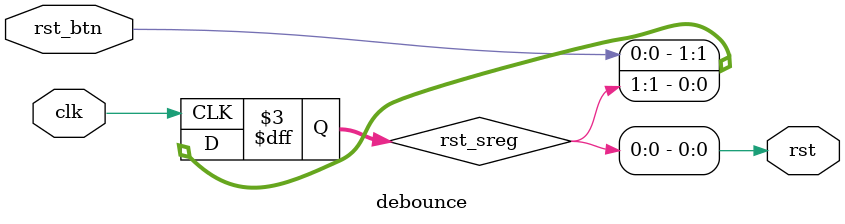
<source format=sv>
`timescale 1ns / 1ps

module debounce(
    input logic clk, rst_btn,
    output logic rst
    );
    
logic [1:0] rst_sreg=0; //2FF synchronizer

assign rst = rst_sreg[0];

always_ff@(posedge clk)
begin
   // synch reset button
   rst_sreg <= {rst_btn, rst_sreg[1]};
   
end    

endmodule

</source>
